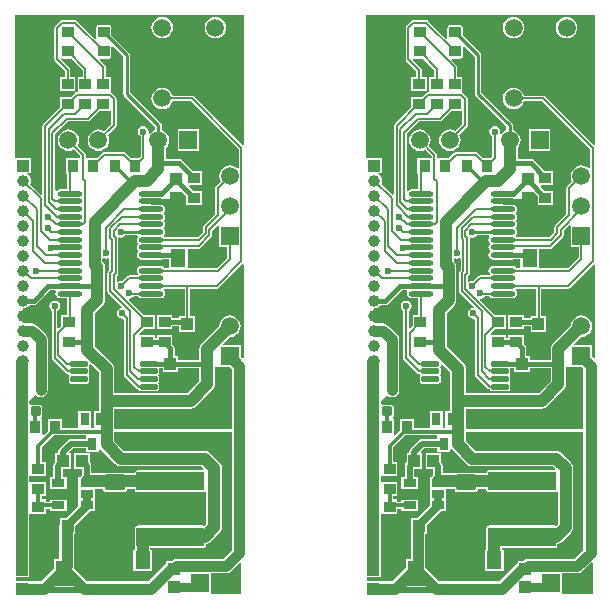
<source format=gtl>
%FSLAX44Y44*%
%MOMM*%
G71*
G01*
G75*
G04 Layer_Physical_Order=1*
G04 Layer_Color=255*
%ADD10R,1.0000X0.9000*%
%ADD11R,1.0000X1.0000*%
%ADD12R,1.3000X1.5000*%
%ADD13O,2.1000X0.4500*%
G04:AMPARAMS|DCode=14|XSize=1.6mm|YSize=5.7mm|CornerRadius=0.08mm|HoleSize=0mm|Usage=FLASHONLY|Rotation=270.000|XOffset=0mm|YOffset=0mm|HoleType=Round|Shape=RoundedRectangle|*
%AMROUNDEDRECTD14*
21,1,1.6000,5.5400,0,0,270.0*
21,1,1.4400,5.7000,0,0,270.0*
1,1,0.1600,-2.7700,-0.7200*
1,1,0.1600,-2.7700,0.7200*
1,1,0.1600,2.7700,0.7200*
1,1,0.1600,2.7700,-0.7200*
%
%ADD14ROUNDEDRECTD14*%
G04:AMPARAMS|DCode=15|XSize=1.32mm|YSize=1.68mm|CornerRadius=0.066mm|HoleSize=0mm|Usage=FLASHONLY|Rotation=270.000|XOffset=0mm|YOffset=0mm|HoleType=Round|Shape=RoundedRectangle|*
%AMROUNDEDRECTD15*
21,1,1.3200,1.5480,0,0,270.0*
21,1,1.1880,1.6800,0,0,270.0*
1,1,0.1320,-0.7740,-0.5940*
1,1,0.1320,-0.7740,0.5940*
1,1,0.1320,0.7740,0.5940*
1,1,0.1320,0.7740,-0.5940*
%
%ADD15ROUNDEDRECTD15*%
G04:AMPARAMS|DCode=16|XSize=0.8mm|YSize=0.8mm|CornerRadius=0.04mm|HoleSize=0mm|Usage=FLASHONLY|Rotation=270.000|XOffset=0mm|YOffset=0mm|HoleType=Round|Shape=RoundedRectangle|*
%AMROUNDEDRECTD16*
21,1,0.8000,0.7200,0,0,270.0*
21,1,0.7200,0.8000,0,0,270.0*
1,1,0.0800,-0.3600,-0.3600*
1,1,0.0800,-0.3600,0.3600*
1,1,0.0800,0.3600,0.3600*
1,1,0.0800,0.3600,-0.3600*
%
%ADD16ROUNDEDRECTD16*%
%ADD17R,0.8000X1.0500*%
%ADD18R,1.1000X0.6500*%
%ADD19R,0.9000X1.0000*%
G04:AMPARAMS|DCode=20|XSize=0.45mm|YSize=1.45mm|CornerRadius=0.045mm|HoleSize=0mm|Usage=FLASHONLY|Rotation=270.000|XOffset=0mm|YOffset=0mm|HoleType=Round|Shape=RoundedRectangle|*
%AMROUNDEDRECTD20*
21,1,0.4500,1.3600,0,0,270.0*
21,1,0.3600,1.4500,0,0,270.0*
1,1,0.0900,-0.6800,-0.1800*
1,1,0.0900,-0.6800,0.1800*
1,1,0.0900,0.6800,0.1800*
1,1,0.0900,0.6800,-0.1800*
%
%ADD20ROUNDEDRECTD20*%
%ADD21R,1.0000X1.0000*%
G04:AMPARAMS|DCode=22|XSize=0.9mm|YSize=1mm|CornerRadius=0.045mm|HoleSize=0mm|Usage=FLASHONLY|Rotation=90.000|XOffset=0mm|YOffset=0mm|HoleType=Round|Shape=RoundedRectangle|*
%AMROUNDEDRECTD22*
21,1,0.9000,0.9100,0,0,90.0*
21,1,0.8100,1.0000,0,0,90.0*
1,1,0.0900,0.4550,0.4050*
1,1,0.0900,0.4550,-0.4050*
1,1,0.0900,-0.4550,-0.4050*
1,1,0.0900,-0.4550,0.4050*
%
%ADD22ROUNDEDRECTD22*%
%ADD23C,0.9000*%
%ADD24C,0.1524*%
%ADD25C,1.0000*%
%ADD26C,0.4000*%
%ADD27C,0.2540*%
%ADD28C,0.5000*%
%ADD29C,0.8000*%
%ADD30C,0.6000*%
%ADD31C,0.3000*%
%ADD32C,0.7000*%
%ADD33R,3.4000X0.6000*%
%ADD34R,1.8000X0.9000*%
%ADD35C,1.5000*%
%ADD36R,1.5000X1.5000*%
%ADD37R,1.5000X1.5000*%
%ADD38C,1.0000*%
%ADD39C,1.3500*%
%ADD40R,1.3500X1.3500*%
%ADD41C,0.6000*%
G36*
X781845Y762837D02*
X781635Y762523D01*
X781342Y761050D01*
X781635Y759577D01*
X782469Y758329D01*
X783717Y757495D01*
X785190Y757202D01*
X791109D01*
Y742774D01*
X786226D01*
Y733522D01*
X784206Y731502D01*
X783033Y731988D01*
Y746334D01*
X784012Y746988D01*
X785012Y748485D01*
X785363Y750250D01*
X785012Y752015D01*
X784012Y753512D01*
X782515Y754511D01*
X780750Y754863D01*
X778985Y754511D01*
X777488Y753512D01*
X776488Y752015D01*
X776137Y750250D01*
X776488Y748485D01*
X777488Y746988D01*
X778371Y746398D01*
Y706298D01*
X778549Y705406D01*
X779054Y704650D01*
X790152Y693552D01*
X790908Y693047D01*
X791056Y693017D01*
X791800Y692869D01*
X792332D01*
X792931Y691749D01*
X792610Y691270D01*
X792457Y690500D01*
Y686900D01*
X792610Y686130D01*
X793047Y685477D01*
X793700Y685041D01*
X794470Y684887D01*
X808070D01*
X808840Y685041D01*
X809493Y685477D01*
X809930Y686130D01*
X810083Y686900D01*
Y690500D01*
X809930Y691270D01*
X809493Y691923D01*
Y691977D01*
X809930Y692630D01*
X810083Y693400D01*
Y697000D01*
X809930Y697770D01*
X809493Y698423D01*
Y698477D01*
X809930Y699130D01*
X810083Y699900D01*
Y700952D01*
X811256Y701438D01*
X818170Y694524D01*
Y661274D01*
X813726D01*
Y647726D01*
D01*
Y647726D01*
X813333Y647333D01*
X811774D01*
Y647333D01*
Y647726D01*
X811774Y648231D01*
X811774Y648231D01*
X811774D01*
Y661274D01*
X800726D01*
Y648231D01*
X800726Y648231D01*
X800726D01*
X800726Y647726D01*
X800333Y647333D01*
X787274D01*
Y654774D01*
X775226D01*
Y645086D01*
X771447Y641308D01*
X770274Y641794D01*
Y654774D01*
X769696D01*
X769328Y655989D01*
X769737Y656263D01*
X770162Y656899D01*
X770312Y657650D01*
Y664850D01*
X770162Y665601D01*
X769737Y666237D01*
X769101Y666662D01*
X768350Y666812D01*
X761150D01*
X760399Y666662D01*
X759330Y668262D01*
Y669830D01*
X764407Y674907D01*
X764407D01*
X766400Y673576D01*
X768750Y673108D01*
X771100Y673576D01*
X773093Y674907D01*
X774425Y676900D01*
X774892Y679250D01*
Y687250D01*
Y695250D01*
Y722250D01*
X774425Y724601D01*
X773093Y726593D01*
X765703Y733983D01*
X763710Y735314D01*
X761360Y735782D01*
X756230D01*
X755713Y735996D01*
X754010Y736220D01*
X753774Y738011D01*
X753918Y748380D01*
X754010Y748460D01*
X755713Y748684D01*
X757300Y749341D01*
X758663Y750387D01*
X759476Y751447D01*
X762960D01*
X764335Y751721D01*
X765501Y752499D01*
X776958Y763957D01*
X781246D01*
X781845Y762837D01*
D02*
G37*
G36*
X940750Y785294D02*
Y706725D01*
X939577Y706239D01*
X938104Y707712D01*
Y717074D01*
X923669D01*
X923183Y718247D01*
X929315Y724379D01*
X931436Y724658D01*
X933631Y725568D01*
X935516Y727014D01*
X936962Y728899D01*
X937872Y731094D01*
X938182Y733450D01*
X937872Y735806D01*
X936962Y738001D01*
X935516Y739886D01*
X933631Y741332D01*
X931436Y742242D01*
X929080Y742552D01*
X926724Y742242D01*
X924529Y741332D01*
X922644Y739886D01*
X921198Y738001D01*
X920288Y735806D01*
X920009Y733685D01*
X905097Y718773D01*
X904051Y717410D01*
X903394Y715823D01*
X903170Y714120D01*
Y704843D01*
X885274D01*
Y707774D01*
X882343D01*
Y714750D01*
X882069Y716125D01*
X881291Y717291D01*
X880274Y718307D01*
Y725774D01*
X867226D01*
Y723343D01*
X865274D01*
Y725774D01*
X852730D01*
X852243Y726947D01*
X856022Y730726D01*
X865274D01*
Y742774D01*
X856022D01*
X843486Y755310D01*
X843750Y756637D01*
X845515Y756989D01*
X847012Y757988D01*
X847500Y758719D01*
X851208D01*
X851469Y758329D01*
X852717Y757495D01*
X854190Y757202D01*
X870690D01*
X872163Y757495D01*
X873411Y758329D01*
X874245Y759577D01*
X874538Y761050D01*
X874245Y762523D01*
X873411Y763771D01*
Y764829D01*
X873672Y765219D01*
X890659D01*
Y741654D01*
X886216D01*
Y740343D01*
X880274D01*
Y742774D01*
X867226D01*
Y730726D01*
X880274D01*
Y733157D01*
X886216D01*
Y728606D01*
X899264D01*
Y741654D01*
X895321D01*
Y765219D01*
X918050D01*
X918942Y765397D01*
X919698Y765902D01*
X939577Y785780D01*
X940750Y785294D01*
D02*
G37*
G36*
X826991Y790437D02*
Y780787D01*
X826102Y779898D01*
X825597Y779142D01*
X825419Y778250D01*
Y763439D01*
X825597Y762548D01*
X826102Y761791D01*
X837866Y750028D01*
X837497Y748812D01*
X835985Y748512D01*
X834488Y747512D01*
X833488Y746015D01*
X833137Y744250D01*
X833488Y742485D01*
X834488Y740988D01*
X835985Y739988D01*
X837750Y739637D01*
X838342Y739755D01*
X839323Y738949D01*
Y692346D01*
X839501Y691454D01*
X840006Y690698D01*
X850152Y680552D01*
X850908Y680047D01*
X851553Y679918D01*
X851610Y679630D01*
X852047Y678977D01*
X852700Y678541D01*
X853470Y678387D01*
X867070D01*
X867840Y678541D01*
X868493Y678977D01*
X868930Y679630D01*
X869083Y680400D01*
Y684000D01*
X868930Y684770D01*
X868493Y685423D01*
Y685477D01*
X868930Y686130D01*
X869083Y686900D01*
Y690500D01*
X868930Y691270D01*
X868493Y691923D01*
Y691977D01*
X868930Y692630D01*
X869083Y693400D01*
Y697000D01*
X868930Y697770D01*
X869109Y698107D01*
X872226D01*
Y694726D01*
X885274D01*
Y697657D01*
X903170D01*
Y686976D01*
X893024Y676830D01*
X831330D01*
Y697250D01*
X831106Y698953D01*
X830449Y700540D01*
X829403Y701903D01*
X815090Y716216D01*
Y720750D01*
Y735990D01*
Y744284D01*
X821403Y750597D01*
X822449Y751960D01*
X823106Y753547D01*
X823330Y755250D01*
Y783250D01*
X823106Y784953D01*
X822449Y786540D01*
X821403Y787903D01*
X821092Y788214D01*
Y790429D01*
X822212Y791028D01*
X822271Y790988D01*
X824036Y790637D01*
X825801Y790988D01*
X825871Y791035D01*
X826991Y790437D01*
D02*
G37*
G36*
X920056Y699026D02*
Y699026D01*
X929418D01*
X930858Y697586D01*
Y646250D01*
X831330D01*
Y663670D01*
X895750D01*
X897453Y663894D01*
X899040Y664551D01*
X900403Y665597D01*
X914403Y679597D01*
X915449Y680960D01*
X916106Y682547D01*
X916132Y682745D01*
X916330Y684250D01*
Y699264D01*
X919798Y699283D01*
X920056Y699026D01*
D02*
G37*
G36*
X938750Y532905D02*
Y506250D01*
X912774D01*
Y507226D01*
X912774D01*
Y524108D01*
X925750D01*
X928100Y524576D01*
X930093Y525907D01*
X930093Y525907D01*
X930093Y525907D01*
X937577Y533391D01*
X938750Y532905D01*
D02*
G37*
G36*
X930858Y544044D02*
X923206Y536392D01*
X883750D01*
X881400Y535924D01*
X879678Y534774D01*
X875226D01*
Y532819D01*
X874888Y532593D01*
X859687Y517392D01*
X808294D01*
X797024Y528662D01*
Y536524D01*
X796892D01*
Y557726D01*
X798274D01*
Y564635D01*
X810615Y576976D01*
X814774D01*
Y586476D01*
Y595670D01*
X821783D01*
Y595310D01*
X821953Y594458D01*
X822435Y593735D01*
X823158Y593253D01*
X824010Y593083D01*
X839490D01*
X840342Y593253D01*
X841065Y593735D01*
X841547Y594458D01*
X841717Y595310D01*
Y595670D01*
X848680D01*
Y595050D01*
X848861Y594143D01*
X849374Y593374D01*
X850143Y592861D01*
X851050Y592681D01*
X906450D01*
X907357Y592861D01*
X908050Y593324D01*
X908808Y592919D01*
X909170Y592677D01*
Y565976D01*
X907642Y564448D01*
X907357Y564639D01*
X906450Y564819D01*
X851050D01*
X850143Y564639D01*
X849374Y564126D01*
X848861Y563357D01*
X848680Y562450D01*
Y554832D01*
X848670Y554750D01*
Y544274D01*
X847226D01*
Y526226D01*
X863274D01*
Y544274D01*
X861830D01*
Y545681D01*
X906450D01*
X907357Y545861D01*
X908126Y546375D01*
X908639Y547143D01*
X908820Y548050D01*
Y548811D01*
X909453Y548894D01*
X911040Y549551D01*
X912403Y550597D01*
X920403Y558597D01*
X921449Y559960D01*
X922106Y561547D01*
X922106Y561547D01*
X922106Y561547D01*
Y561547D01*
X922330Y563250D01*
Y613250D01*
X922106Y614953D01*
X921449Y616540D01*
X920403Y617903D01*
X912403Y625903D01*
X911040Y626949D01*
X909453Y627606D01*
X907750Y627830D01*
X839476D01*
X831330Y635976D01*
Y644250D01*
X930858D01*
Y544044D01*
D02*
G37*
G36*
X807226Y640774D02*
X807226D01*
Y638103D01*
X794500D01*
X792930Y637790D01*
X791599Y636901D01*
X784849Y630151D01*
X783960Y628820D01*
X783647Y627250D01*
X783647Y627250D01*
X783647D01*
X783647Y627250D01*
X783647D01*
Y625774D01*
X781226D01*
Y618528D01*
X780849Y618151D01*
X779959Y616820D01*
X779647Y615250D01*
Y605524D01*
X776726D01*
Y595976D01*
X790774D01*
Y605524D01*
X787853D01*
Y612726D01*
X794274D01*
Y625774D01*
X793736D01*
X793250Y626947D01*
X796199Y629897D01*
X807226D01*
Y627226D01*
X818274D01*
Y628997D01*
X819477Y629406D01*
X820097Y628597D01*
X832097Y616597D01*
X833460Y615551D01*
X834117Y615279D01*
X835047Y614894D01*
X836750Y614670D01*
X905024D01*
X906686Y613008D01*
X906450Y611819D01*
X851050D01*
X850143Y611639D01*
X849374Y611125D01*
X848861Y610357D01*
X848680Y609450D01*
Y608830D01*
X840966D01*
X840342Y609247D01*
X839490Y609417D01*
X824010D01*
X823158Y609247D01*
X822534Y608830D01*
X811853D01*
Y615250D01*
X811541Y616820D01*
X810651Y618151D01*
X810274Y618528D01*
Y625774D01*
X797226D01*
Y612726D01*
X803647D01*
Y607325D01*
X803097Y606903D01*
X802051Y605540D01*
X802045Y605524D01*
X800726D01*
Y595976D01*
Y586476D01*
Y581575D01*
X789925Y570774D01*
X785226D01*
Y565826D01*
X785076Y565600D01*
X784608Y563250D01*
Y536524D01*
X780476D01*
Y528662D01*
X769206Y517392D01*
X759274D01*
Y517774D01*
X747750D01*
Y520726D01*
X752322D01*
X752750Y520670D01*
X753178Y520726D01*
X759274D01*
Y526822D01*
X759330Y527250D01*
Y574726D01*
X759812D01*
X760226D01*
D01*
X760226Y574726D01*
X760226D01*
Y574726D01*
D01*
X773274D01*
Y578667D01*
X776726D01*
Y576976D01*
X790774D01*
Y586524D01*
X776726D01*
Y584833D01*
X773274D01*
Y586774D01*
X769833D01*
Y589726D01*
X773274D01*
Y601774D01*
X760226D01*
D01*
Y601774D01*
D01*
D01*
X759330D01*
X759330D01*
Y606726D01*
X760226D01*
Y606726D01*
X773274D01*
Y618774D01*
X769833D01*
Y630973D01*
X780027Y641167D01*
X807226D01*
Y640774D01*
D02*
G37*
G36*
X940750Y887206D02*
X939577Y886720D01*
X898398Y927898D01*
X897642Y928403D01*
X896750Y928581D01*
X880545D01*
X880542Y928606D01*
X879632Y930801D01*
X878186Y932686D01*
X876301Y934132D01*
X874106Y935042D01*
X871750Y935352D01*
X869394Y935042D01*
X867199Y934132D01*
X865314Y932686D01*
X863868Y930801D01*
X862958Y928606D01*
X862648Y926250D01*
X862958Y923894D01*
X863868Y921699D01*
X865314Y919814D01*
X867199Y918368D01*
X869394Y917458D01*
X871750Y917148D01*
X874106Y917458D01*
X876301Y918368D01*
X878186Y919814D01*
X879632Y921699D01*
X880542Y923894D01*
X880545Y923919D01*
X895785D01*
X936535Y883169D01*
Y867540D01*
X935396Y866978D01*
X933631Y868333D01*
X931436Y869242D01*
X929080Y869552D01*
X926724Y869242D01*
X924529Y868333D01*
X922644Y866886D01*
X921198Y865001D01*
X920288Y862806D01*
X919978Y860450D01*
X920288Y858094D01*
X921198Y855899D01*
X921213Y855879D01*
X917102Y851768D01*
X916597Y851012D01*
X916419Y850120D01*
Y842250D01*
Y828215D01*
X907054Y818850D01*
X906549Y818094D01*
X906371Y817202D01*
Y813167D01*
X902085Y808881D01*
X873672D01*
X873411Y809271D01*
Y810329D01*
X874245Y811578D01*
X874538Y813050D01*
X874245Y814523D01*
X873411Y815771D01*
Y816829D01*
X874245Y818077D01*
X874538Y819550D01*
X874245Y821023D01*
X873411Y822271D01*
Y823329D01*
X874245Y824577D01*
X874538Y826050D01*
X874245Y827523D01*
X873411Y828771D01*
Y829829D01*
X874245Y831077D01*
X874538Y832550D01*
X874245Y834023D01*
X873411Y835271D01*
X872163Y836105D01*
X870690Y836398D01*
X862440D01*
Y839050D01*
X863640Y840250D01*
X884750D01*
Y846250D01*
X884844Y846344D01*
X889669D01*
X892226Y843786D01*
Y835726D01*
X905274D01*
Y842250D01*
Y847774D01*
X898401D01*
X894622Y851553D01*
X895108Y852726D01*
X905274D01*
Y864774D01*
X897807D01*
X888791Y873791D01*
X887625Y874569D01*
X886250Y874843D01*
X875160D01*
Y884682D01*
X876462Y886379D01*
X877372Y888574D01*
X877682Y890930D01*
X877372Y893286D01*
X876462Y895481D01*
X875016Y897366D01*
X873131Y898812D01*
X871429Y899518D01*
Y903420D01*
X871212Y904510D01*
X870594Y905434D01*
X870594Y905434D01*
X844599Y931430D01*
Y962750D01*
X844599Y962750D01*
X844382Y963840D01*
X843764Y964764D01*
X843764Y964764D01*
X828813Y979716D01*
Y986300D01*
X828660Y987070D01*
X828223Y987723D01*
X827570Y988159D01*
X826800Y988313D01*
X817700D01*
X816930Y988159D01*
X816277Y987723D01*
X815841Y987070D01*
X815687Y986300D01*
Y978200D01*
X815841Y977430D01*
X814807Y976739D01*
X799648Y991898D01*
X798892Y992403D01*
X798000Y992581D01*
X786750D01*
X786006Y992433D01*
X785858Y992403D01*
X785102Y991898D01*
X781102Y987898D01*
X780597Y987142D01*
X780419Y986250D01*
Y959250D01*
X780419Y959250D01*
X780419D01*
X780597Y958358D01*
X781102Y957602D01*
X789419Y949285D01*
Y944774D01*
X785226D01*
Y932726D01*
X798274D01*
Y944774D01*
X794081D01*
Y950250D01*
X793933Y950994D01*
X793903Y951142D01*
X793398Y951898D01*
X786239Y959057D01*
X786930Y960090D01*
X787700Y959937D01*
X795016D01*
X804419Y950534D01*
Y944774D01*
X800226D01*
Y932726D01*
X800226D01*
Y932479D01*
X799328Y931581D01*
X799250D01*
X798506Y931433D01*
X798358Y931403D01*
X797602Y930898D01*
X794478Y927774D01*
X785226D01*
Y919022D01*
X771102Y904898D01*
X770597Y904142D01*
X770419Y903250D01*
Y845186D01*
X769246Y844700D01*
X759969Y853978D01*
X760366Y854937D01*
X760590Y856640D01*
X760366Y858343D01*
X759709Y859930D01*
X758663Y861293D01*
X757300Y862339D01*
X757395Y862816D01*
X760534D01*
Y875864D01*
X747486D01*
D01*
X747486D01*
X746750Y876600D01*
Y997250D01*
X940750D01*
Y887206D01*
D02*
G37*
G36*
X838901Y961570D02*
Y930250D01*
X838901Y930250D01*
X839118Y929160D01*
X839736Y928236D01*
X865731Y902240D01*
Y899518D01*
X864029Y898812D01*
X862144Y897366D01*
X861204Y896141D01*
X860047Y896665D01*
X860363Y898250D01*
X860012Y900015D01*
X859012Y901512D01*
X857515Y902512D01*
X855750Y902863D01*
X853985Y902512D01*
X852488Y901512D01*
X851488Y900015D01*
X851137Y898250D01*
X851488Y896485D01*
X852488Y894988D01*
X853419Y894366D01*
Y876835D01*
X852178Y875594D01*
X845722D01*
X841238Y880078D01*
X840482Y880583D01*
X839590Y880761D01*
X822750D01*
X821858Y880583D01*
X821102Y880078D01*
X816618Y875594D01*
X807366D01*
D01*
X807366D01*
X807081Y875879D01*
Y878560D01*
X806933Y879304D01*
X806903Y879452D01*
X806398Y880208D01*
X800247Y886359D01*
X800262Y886379D01*
X801172Y888574D01*
X801482Y890930D01*
X801172Y893286D01*
X800262Y895481D01*
X798816Y897366D01*
X796931Y898812D01*
X794736Y899722D01*
X792380Y900032D01*
X790024Y899722D01*
X787829Y898812D01*
X785944Y897366D01*
X784498Y895481D01*
X783588Y893286D01*
X783278Y890930D01*
X783588Y888574D01*
X784498Y886379D01*
X785944Y884494D01*
X787829Y883048D01*
X790024Y882138D01*
X792380Y881828D01*
X794736Y882138D01*
X796931Y883048D01*
X796951Y883063D01*
X802419Y877595D01*
Y875594D01*
X802414D01*
Y875594D01*
X790366D01*
Y862546D01*
X791109D01*
Y849398D01*
X785190D01*
X783717Y849105D01*
X782469Y848271D01*
X782392Y848156D01*
X781177Y848524D01*
Y896381D01*
X791715Y906919D01*
X809250D01*
X810142Y907097D01*
X810898Y907602D01*
X810898Y907602D01*
X810898Y907602D01*
X819022Y915726D01*
X828274D01*
D01*
X828274D01*
X828419Y915581D01*
Y904865D01*
X822351Y898797D01*
X822331Y898812D01*
X820136Y899722D01*
X817780Y900032D01*
X815424Y899722D01*
X813229Y898812D01*
X811344Y897366D01*
X809898Y895481D01*
X808988Y893286D01*
X808678Y890930D01*
X808988Y888574D01*
X809898Y886379D01*
X811344Y884494D01*
X813229Y883048D01*
X815424Y882138D01*
X817780Y881828D01*
X820136Y882138D01*
X822331Y883048D01*
X824216Y884494D01*
X825662Y886379D01*
X826572Y888574D01*
X826882Y890930D01*
X826572Y893286D01*
X825662Y895481D01*
X825647Y895501D01*
X832398Y902252D01*
X832903Y903008D01*
X833081Y903900D01*
Y925954D01*
X832933Y926698D01*
X832903Y926846D01*
X832398Y927602D01*
X829102Y930898D01*
X828346Y931403D01*
X827454Y931581D01*
Y931906D01*
X828274Y932726D01*
X828274D01*
Y944774D01*
X824081D01*
Y952750D01*
X823903Y953642D01*
X823398Y954398D01*
X819032Y958764D01*
X819518Y959937D01*
X826800D01*
X827570Y960090D01*
X828223Y960527D01*
X828660Y961180D01*
X828813Y961950D01*
Y969999D01*
X829048Y970097D01*
X830154Y970317D01*
X838901Y961570D01*
D02*
G37*
G36*
X920056Y818600D02*
Y800626D01*
X926749D01*
Y791545D01*
X918085Y782881D01*
X893274D01*
Y798705D01*
X902536D01*
X903428Y798883D01*
X904184Y799388D01*
X904184Y799388D01*
X904184Y799388D01*
X913398Y808602D01*
X913903Y809358D01*
X914081Y810250D01*
X914081Y810250D01*
X914081Y810250D01*
Y810250D01*
Y814285D01*
X918883Y819087D01*
X920056Y818600D01*
D02*
G37*
G36*
X851342Y809081D02*
X850635Y808023D01*
X850342Y806550D01*
X850635Y805078D01*
X851469Y803829D01*
Y802771D01*
X850635Y801523D01*
X850342Y800050D01*
X850635Y798577D01*
X851469Y797329D01*
Y796271D01*
X850635Y795023D01*
X850342Y793550D01*
X850635Y792077D01*
X851469Y790829D01*
X852717Y789995D01*
X854190Y789702D01*
X870690D01*
X871971Y789957D01*
X877226D01*
Y782881D01*
X873672D01*
X873411Y783271D01*
X872163Y784105D01*
X870690Y784398D01*
X854190D01*
X852717Y784105D01*
X851469Y783271D01*
X850635Y782023D01*
X850342Y780550D01*
X850635Y779078D01*
X851469Y777829D01*
Y776771D01*
X851208Y776381D01*
X843550D01*
X842658Y776203D01*
X841902Y775698D01*
X837848Y771644D01*
X836750Y771863D01*
X834985Y771512D01*
X834249Y771020D01*
X833129Y771618D01*
Y776022D01*
X834018Y776911D01*
X834523Y777667D01*
X834553Y777815D01*
X834701Y778559D01*
Y807884D01*
X835683Y808689D01*
X836950Y808437D01*
X838715Y808789D01*
X840212Y809788D01*
X840488Y810201D01*
X850744D01*
X851342Y809081D01*
D02*
G37*
%LPC*%
G36*
X916750Y995352D02*
X914394Y995042D01*
X912199Y994133D01*
X910314Y992686D01*
X908868Y990801D01*
X907958Y988606D01*
X907648Y986250D01*
X907958Y983894D01*
X908868Y981699D01*
X910314Y979814D01*
X912199Y978368D01*
X914394Y977458D01*
X916750Y977148D01*
X919106Y977458D01*
X921301Y978368D01*
X923186Y979814D01*
X924632Y981699D01*
X925542Y983894D01*
X925852Y986250D01*
X925542Y988606D01*
X924632Y990801D01*
X923186Y992686D01*
X921301Y994133D01*
X919106Y995042D01*
X916750Y995352D01*
D02*
G37*
G36*
X871750D02*
X869394Y995042D01*
X867199Y994133D01*
X865314Y992686D01*
X863868Y990801D01*
X862958Y988606D01*
X862648Y986250D01*
X862958Y983894D01*
X863868Y981699D01*
X865314Y979814D01*
X867199Y978368D01*
X869394Y977458D01*
X871750Y977148D01*
X874106Y977458D01*
X876301Y978368D01*
X878186Y979814D01*
X879632Y981699D01*
X880542Y983894D01*
X880852Y986250D01*
X880542Y988606D01*
X879632Y990801D01*
X878186Y992686D01*
X876301Y994133D01*
X874106Y995042D01*
X871750Y995352D01*
D02*
G37*
G36*
X903004Y899954D02*
X884956D01*
Y881906D01*
X903004D01*
Y899954D01*
D02*
G37*
%LPD*%
G36*
X1079345Y762837D02*
X1079135Y762523D01*
X1078842Y761050D01*
X1079135Y759577D01*
X1079969Y758329D01*
X1081217Y757495D01*
X1082690Y757202D01*
X1088609D01*
Y742774D01*
X1083726D01*
Y733522D01*
X1081706Y731502D01*
X1080533Y731988D01*
Y746334D01*
X1081512Y746988D01*
X1082512Y748485D01*
X1082863Y750250D01*
X1082512Y752015D01*
X1081512Y753512D01*
X1080015Y754511D01*
X1078250Y754863D01*
X1076485Y754511D01*
X1074988Y753512D01*
X1073988Y752015D01*
X1073637Y750250D01*
X1073988Y748485D01*
X1074988Y746988D01*
X1075871Y746398D01*
Y706298D01*
X1076049Y705406D01*
X1076554Y704650D01*
X1087652Y693552D01*
X1088408Y693047D01*
X1088556Y693017D01*
X1089300Y692869D01*
X1089832D01*
X1090431Y691749D01*
X1090110Y691270D01*
X1089957Y690500D01*
Y686900D01*
X1090110Y686130D01*
X1090547Y685477D01*
X1091200Y685041D01*
X1091970Y684887D01*
X1105570D01*
X1106340Y685041D01*
X1106993Y685477D01*
X1107430Y686130D01*
X1107583Y686900D01*
Y690500D01*
X1107430Y691270D01*
X1106993Y691923D01*
Y691977D01*
X1107430Y692630D01*
X1107583Y693400D01*
Y697000D01*
X1107430Y697770D01*
X1106993Y698423D01*
Y698477D01*
X1107430Y699130D01*
X1107583Y699900D01*
Y700952D01*
X1108756Y701438D01*
X1115670Y694524D01*
Y661274D01*
X1111226D01*
Y647726D01*
D01*
Y647726D01*
X1110833Y647333D01*
X1109274D01*
Y647333D01*
Y647726D01*
X1109274Y648231D01*
X1109274Y648231D01*
X1109274D01*
Y661274D01*
X1098226D01*
Y648231D01*
X1098226Y648231D01*
X1098226D01*
X1098226Y647726D01*
X1097833Y647333D01*
X1084774D01*
Y654774D01*
X1072726D01*
Y645086D01*
X1068947Y641308D01*
X1067774Y641794D01*
Y654774D01*
X1067196D01*
X1066828Y655989D01*
X1067237Y656263D01*
X1067662Y656899D01*
X1067812Y657650D01*
Y664850D01*
X1067662Y665601D01*
X1067237Y666237D01*
X1066601Y666662D01*
X1065850Y666812D01*
X1058650D01*
X1057899Y666662D01*
X1056830Y668262D01*
Y669830D01*
X1061907Y674907D01*
X1061907D01*
X1063900Y673576D01*
X1066250Y673108D01*
X1068600Y673576D01*
X1070593Y674907D01*
X1071924Y676900D01*
X1072392Y679250D01*
Y687250D01*
Y695250D01*
Y722250D01*
X1071924Y724601D01*
X1070593Y726593D01*
X1063203Y733983D01*
X1061210Y735314D01*
X1058860Y735782D01*
X1053730D01*
X1053213Y735996D01*
X1051510Y736220D01*
X1051274Y738011D01*
X1051418Y748380D01*
X1051510Y748460D01*
X1053213Y748684D01*
X1054800Y749341D01*
X1056163Y750387D01*
X1056976Y751447D01*
X1060460D01*
X1061835Y751721D01*
X1063001Y752499D01*
X1074458Y763957D01*
X1078746D01*
X1079345Y762837D01*
D02*
G37*
G36*
X1238250Y785294D02*
Y706725D01*
X1237077Y706239D01*
X1235604Y707712D01*
Y717074D01*
X1221169D01*
X1220683Y718247D01*
X1226815Y724379D01*
X1228936Y724658D01*
X1231131Y725568D01*
X1233016Y727014D01*
X1234462Y728899D01*
X1235372Y731094D01*
X1235682Y733450D01*
X1235372Y735806D01*
X1234462Y738001D01*
X1233016Y739886D01*
X1231131Y741332D01*
X1228936Y742242D01*
X1226580Y742552D01*
X1224224Y742242D01*
X1222029Y741332D01*
X1220144Y739886D01*
X1218698Y738001D01*
X1217788Y735806D01*
X1217509Y733685D01*
X1202597Y718773D01*
X1201551Y717410D01*
X1200894Y715823D01*
X1200670Y714120D01*
Y704843D01*
X1182774D01*
Y707774D01*
X1179843D01*
Y714750D01*
X1179569Y716125D01*
X1178791Y717291D01*
X1177774Y718307D01*
Y725774D01*
X1164726D01*
Y723343D01*
X1162774D01*
Y725774D01*
X1150230D01*
X1149743Y726947D01*
X1153522Y730726D01*
X1162774D01*
Y742774D01*
X1153522D01*
X1140986Y755310D01*
X1141250Y756637D01*
X1143015Y756989D01*
X1144512Y757988D01*
X1145000Y758719D01*
X1148708D01*
X1148969Y758329D01*
X1150217Y757495D01*
X1151690Y757202D01*
X1168190D01*
X1169663Y757495D01*
X1170911Y758329D01*
X1171745Y759577D01*
X1172038Y761050D01*
X1171745Y762523D01*
X1170911Y763771D01*
Y764829D01*
X1171172Y765219D01*
X1188159D01*
Y741654D01*
X1183716D01*
Y740343D01*
X1177774D01*
Y742774D01*
X1164726D01*
Y730726D01*
X1177774D01*
Y733157D01*
X1183716D01*
Y728606D01*
X1196764D01*
Y741654D01*
X1192821D01*
Y765219D01*
X1215550D01*
X1216442Y765397D01*
X1217198Y765902D01*
X1237077Y785780D01*
X1238250Y785294D01*
D02*
G37*
G36*
X1124491Y790437D02*
Y780787D01*
X1123602Y779898D01*
X1123097Y779142D01*
X1122919Y778250D01*
Y763439D01*
X1123097Y762548D01*
X1123602Y761791D01*
X1135366Y750028D01*
X1134997Y748812D01*
X1133485Y748512D01*
X1131988Y747512D01*
X1130988Y746015D01*
X1130637Y744250D01*
X1130988Y742485D01*
X1131988Y740988D01*
X1133485Y739988D01*
X1135250Y739637D01*
X1135842Y739755D01*
X1136823Y738949D01*
Y692346D01*
X1137001Y691454D01*
X1137506Y690698D01*
X1147652Y680552D01*
X1148408Y680047D01*
X1149053Y679918D01*
X1149110Y679630D01*
X1149547Y678977D01*
X1150200Y678541D01*
X1150970Y678387D01*
X1164570D01*
X1165340Y678541D01*
X1165993Y678977D01*
X1166430Y679630D01*
X1166583Y680400D01*
Y684000D01*
X1166430Y684770D01*
X1165993Y685423D01*
Y685477D01*
X1166430Y686130D01*
X1166583Y686900D01*
Y690500D01*
X1166430Y691270D01*
X1165993Y691923D01*
Y691977D01*
X1166430Y692630D01*
X1166583Y693400D01*
Y697000D01*
X1166430Y697770D01*
X1166609Y698107D01*
X1169726D01*
Y694726D01*
X1182774D01*
Y697657D01*
X1200670D01*
Y686976D01*
X1190524Y676830D01*
X1128830D01*
Y697250D01*
X1128606Y698953D01*
X1127949Y700540D01*
X1126903Y701903D01*
X1112590Y716216D01*
Y720750D01*
Y735990D01*
Y744284D01*
X1118903Y750597D01*
X1119949Y751960D01*
X1120606Y753547D01*
X1120830Y755250D01*
Y783250D01*
X1120606Y784953D01*
X1119949Y786540D01*
X1118903Y787903D01*
X1118592Y788214D01*
Y790429D01*
X1119712Y791028D01*
X1119771Y790988D01*
X1121536Y790637D01*
X1123301Y790988D01*
X1123371Y791035D01*
X1124491Y790437D01*
D02*
G37*
G36*
X1217556Y699026D02*
Y699026D01*
X1226918D01*
X1228358Y697586D01*
Y646250D01*
X1128830D01*
Y663670D01*
X1193250D01*
X1194953Y663894D01*
X1196540Y664551D01*
X1197903Y665597D01*
X1211903Y679597D01*
X1212949Y680960D01*
X1213606Y682547D01*
X1213632Y682745D01*
X1213830Y684250D01*
Y699264D01*
X1217298Y699283D01*
X1217556Y699026D01*
D02*
G37*
G36*
X1236250Y532905D02*
Y506250D01*
X1210274D01*
Y507226D01*
X1210274D01*
Y524108D01*
X1223250D01*
X1225600Y524576D01*
X1227593Y525907D01*
X1227593Y525907D01*
X1227593Y525907D01*
X1235077Y533391D01*
X1236250Y532905D01*
D02*
G37*
G36*
X1228358Y544044D02*
X1220706Y536392D01*
X1181250D01*
X1178900Y535924D01*
X1177178Y534774D01*
X1172726D01*
Y532819D01*
X1172388Y532593D01*
X1157187Y517392D01*
X1105794D01*
X1094524Y528662D01*
Y536524D01*
X1094392D01*
Y557726D01*
X1095774D01*
Y564635D01*
X1108115Y576976D01*
X1112274D01*
Y586476D01*
Y595670D01*
X1119283D01*
Y595310D01*
X1119453Y594458D01*
X1119935Y593735D01*
X1120658Y593253D01*
X1121510Y593083D01*
X1136990D01*
X1137842Y593253D01*
X1138565Y593735D01*
X1139047Y594458D01*
X1139217Y595310D01*
Y595670D01*
X1146180D01*
Y595050D01*
X1146361Y594143D01*
X1146874Y593374D01*
X1147643Y592861D01*
X1148550Y592681D01*
X1203950D01*
X1204857Y592861D01*
X1205550Y593324D01*
X1206308Y592919D01*
X1206670Y592677D01*
Y565976D01*
X1205142Y564448D01*
X1204857Y564639D01*
X1203950Y564819D01*
X1148550D01*
X1147643Y564639D01*
X1146874Y564126D01*
X1146361Y563357D01*
X1146180Y562450D01*
Y554832D01*
X1146170Y554750D01*
Y544274D01*
X1144726D01*
Y526226D01*
X1160774D01*
Y544274D01*
X1159330D01*
Y545681D01*
X1203950D01*
X1204857Y545861D01*
X1205626Y546375D01*
X1206139Y547143D01*
X1206320Y548050D01*
Y548811D01*
X1206953Y548894D01*
X1208540Y549551D01*
X1209903Y550597D01*
X1217903Y558597D01*
X1218949Y559960D01*
X1219606Y561547D01*
X1219606Y561547D01*
X1219606Y561547D01*
Y561547D01*
X1219830Y563250D01*
Y613250D01*
X1219606Y614953D01*
X1218949Y616540D01*
X1217903Y617903D01*
X1209903Y625903D01*
X1208540Y626949D01*
X1206953Y627606D01*
X1205250Y627830D01*
X1136976D01*
X1128830Y635976D01*
Y644250D01*
X1228358D01*
Y544044D01*
D02*
G37*
G36*
X1104726Y640774D02*
X1104726D01*
Y638103D01*
X1092000D01*
X1090430Y637790D01*
X1089099Y636901D01*
X1082349Y630151D01*
X1081460Y628820D01*
X1081147Y627250D01*
X1081147Y627250D01*
X1081147D01*
X1081147Y627250D01*
X1081147D01*
Y625774D01*
X1078726D01*
Y618528D01*
X1078349Y618151D01*
X1077459Y616820D01*
X1077147Y615250D01*
Y605524D01*
X1074226D01*
Y595976D01*
X1088274D01*
Y605524D01*
X1085353D01*
Y612726D01*
X1091774D01*
Y625774D01*
X1091236D01*
X1090750Y626947D01*
X1093699Y629897D01*
X1104726D01*
Y627226D01*
X1115774D01*
Y628997D01*
X1116977Y629406D01*
X1117597Y628597D01*
X1129597Y616597D01*
X1130960Y615551D01*
X1131617Y615279D01*
X1132547Y614894D01*
X1134250Y614670D01*
X1202524D01*
X1204186Y613008D01*
X1203950Y611819D01*
X1148550D01*
X1147643Y611639D01*
X1146874Y611125D01*
X1146361Y610357D01*
X1146180Y609450D01*
Y608830D01*
X1138466D01*
X1137842Y609247D01*
X1136990Y609417D01*
X1121510D01*
X1120658Y609247D01*
X1120034Y608830D01*
X1109353D01*
Y615250D01*
X1109041Y616820D01*
X1108151Y618151D01*
X1107774Y618528D01*
Y625774D01*
X1094726D01*
Y612726D01*
X1101147D01*
Y607325D01*
X1100597Y606903D01*
X1099551Y605540D01*
X1099545Y605524D01*
X1098226D01*
Y595976D01*
Y586476D01*
Y581575D01*
X1087425Y570774D01*
X1082726D01*
Y565826D01*
X1082576Y565600D01*
X1082108Y563250D01*
Y536524D01*
X1077976D01*
Y528662D01*
X1066706Y517392D01*
X1056774D01*
Y517774D01*
X1045250D01*
Y520726D01*
X1049822D01*
X1050250Y520670D01*
X1050678Y520726D01*
X1056774D01*
Y526822D01*
X1056830Y527250D01*
Y574726D01*
X1057312D01*
X1057726D01*
D01*
X1057726Y574726D01*
X1057726D01*
Y574726D01*
D01*
X1070774D01*
Y578667D01*
X1074226D01*
Y576976D01*
X1088274D01*
Y586524D01*
X1074226D01*
Y584833D01*
X1070774D01*
Y586774D01*
X1067333D01*
Y589726D01*
X1070774D01*
Y601774D01*
X1057726D01*
D01*
Y601774D01*
D01*
D01*
X1056830D01*
X1056830D01*
Y606726D01*
X1057726D01*
Y606726D01*
X1070774D01*
Y618774D01*
X1067333D01*
Y630973D01*
X1077527Y641167D01*
X1104726D01*
Y640774D01*
D02*
G37*
G36*
X1238250Y887206D02*
X1237077Y886720D01*
X1195898Y927898D01*
X1195142Y928403D01*
X1194250Y928581D01*
X1178045D01*
X1178042Y928606D01*
X1177132Y930801D01*
X1175686Y932686D01*
X1173801Y934132D01*
X1171606Y935042D01*
X1169250Y935352D01*
X1166894Y935042D01*
X1164699Y934132D01*
X1162814Y932686D01*
X1161368Y930801D01*
X1160458Y928606D01*
X1160148Y926250D01*
X1160458Y923894D01*
X1161368Y921699D01*
X1162814Y919814D01*
X1164699Y918368D01*
X1166894Y917458D01*
X1169250Y917148D01*
X1171606Y917458D01*
X1173801Y918368D01*
X1175686Y919814D01*
X1177132Y921699D01*
X1178042Y923894D01*
X1178045Y923919D01*
X1193285D01*
X1234035Y883169D01*
Y867540D01*
X1232896Y866978D01*
X1231131Y868333D01*
X1228936Y869242D01*
X1226580Y869552D01*
X1224224Y869242D01*
X1222029Y868333D01*
X1220144Y866886D01*
X1218698Y865001D01*
X1217788Y862806D01*
X1217478Y860450D01*
X1217788Y858094D01*
X1218698Y855899D01*
X1218713Y855879D01*
X1214602Y851768D01*
X1214097Y851012D01*
X1213919Y850120D01*
Y842250D01*
Y828215D01*
X1204554Y818850D01*
X1204049Y818094D01*
X1203871Y817202D01*
Y813167D01*
X1199585Y808881D01*
X1171172D01*
X1170911Y809271D01*
Y810329D01*
X1171745Y811578D01*
X1172038Y813050D01*
X1171745Y814523D01*
X1170911Y815771D01*
Y816829D01*
X1171745Y818077D01*
X1172038Y819550D01*
X1171745Y821023D01*
X1170911Y822271D01*
Y823329D01*
X1171745Y824577D01*
X1172038Y826050D01*
X1171745Y827523D01*
X1170911Y828771D01*
Y829829D01*
X1171745Y831077D01*
X1172038Y832550D01*
X1171745Y834023D01*
X1170911Y835271D01*
X1169663Y836105D01*
X1168190Y836398D01*
X1159940D01*
Y839050D01*
X1161140Y840250D01*
X1182250D01*
Y846250D01*
X1182344Y846344D01*
X1187169D01*
X1189726Y843786D01*
Y835726D01*
X1202774D01*
Y842250D01*
Y847774D01*
X1195901D01*
X1192122Y851553D01*
X1192608Y852726D01*
X1202774D01*
Y864774D01*
X1195307D01*
X1186291Y873791D01*
X1185125Y874569D01*
X1183750Y874843D01*
X1172660D01*
Y884682D01*
X1173962Y886379D01*
X1174872Y888574D01*
X1175182Y890930D01*
X1174872Y893286D01*
X1173962Y895481D01*
X1172516Y897366D01*
X1170631Y898812D01*
X1168929Y899518D01*
Y903420D01*
X1168712Y904510D01*
X1168094Y905434D01*
X1168094Y905434D01*
X1142099Y931430D01*
Y962750D01*
X1142099Y962750D01*
X1141882Y963840D01*
X1141264Y964764D01*
X1141264Y964764D01*
X1126313Y979716D01*
Y986300D01*
X1126160Y987070D01*
X1125723Y987723D01*
X1125070Y988159D01*
X1124300Y988313D01*
X1115200D01*
X1114430Y988159D01*
X1113777Y987723D01*
X1113341Y987070D01*
X1113187Y986300D01*
Y978200D01*
X1113341Y977430D01*
X1112307Y976739D01*
X1097148Y991898D01*
X1096392Y992403D01*
X1095500Y992581D01*
X1084250D01*
X1083506Y992433D01*
X1083358Y992403D01*
X1082602Y991898D01*
X1078602Y987898D01*
X1078097Y987142D01*
X1077919Y986250D01*
Y959250D01*
X1077919Y959250D01*
X1077919D01*
X1078097Y958358D01*
X1078602Y957602D01*
X1086919Y949285D01*
Y944774D01*
X1082726D01*
Y932726D01*
X1095774D01*
Y944774D01*
X1091581D01*
Y950250D01*
X1091433Y950994D01*
X1091403Y951142D01*
X1090898Y951898D01*
X1083739Y959057D01*
X1084430Y960090D01*
X1085200Y959937D01*
X1092516D01*
X1101919Y950534D01*
Y944774D01*
X1097726D01*
Y932726D01*
X1097726D01*
Y932479D01*
X1096828Y931581D01*
X1096750D01*
X1096006Y931433D01*
X1095858Y931403D01*
X1095102Y930898D01*
X1091978Y927774D01*
X1082726D01*
Y919022D01*
X1068602Y904898D01*
X1068097Y904142D01*
X1067919Y903250D01*
Y845186D01*
X1066746Y844700D01*
X1057469Y853978D01*
X1057866Y854937D01*
X1058090Y856640D01*
X1057866Y858343D01*
X1057209Y859930D01*
X1056163Y861293D01*
X1054800Y862339D01*
X1054895Y862816D01*
X1058034D01*
Y875864D01*
X1044986D01*
D01*
X1044986D01*
X1044250Y876600D01*
Y997250D01*
X1238250D01*
Y887206D01*
D02*
G37*
G36*
X1136401Y961570D02*
Y930250D01*
X1136401Y930250D01*
X1136618Y929160D01*
X1137236Y928236D01*
X1163231Y902240D01*
Y899518D01*
X1161529Y898812D01*
X1159644Y897366D01*
X1158704Y896141D01*
X1157547Y896665D01*
X1157863Y898250D01*
X1157512Y900015D01*
X1156512Y901512D01*
X1155015Y902512D01*
X1153250Y902863D01*
X1151485Y902512D01*
X1149988Y901512D01*
X1148988Y900015D01*
X1148637Y898250D01*
X1148988Y896485D01*
X1149988Y894988D01*
X1150919Y894366D01*
Y876835D01*
X1149678Y875594D01*
X1143222D01*
X1138738Y880078D01*
X1137982Y880583D01*
X1137090Y880761D01*
X1120250D01*
X1119358Y880583D01*
X1118602Y880078D01*
X1114118Y875594D01*
X1104866D01*
D01*
X1104866D01*
X1104581Y875879D01*
Y878560D01*
X1104433Y879304D01*
X1104403Y879452D01*
X1103898Y880208D01*
X1097747Y886359D01*
X1097762Y886379D01*
X1098672Y888574D01*
X1098982Y890930D01*
X1098672Y893286D01*
X1097762Y895481D01*
X1096316Y897366D01*
X1094431Y898812D01*
X1092236Y899722D01*
X1089880Y900032D01*
X1087524Y899722D01*
X1085329Y898812D01*
X1083444Y897366D01*
X1081998Y895481D01*
X1081088Y893286D01*
X1080778Y890930D01*
X1081088Y888574D01*
X1081998Y886379D01*
X1083444Y884494D01*
X1085329Y883048D01*
X1087524Y882138D01*
X1089880Y881828D01*
X1092236Y882138D01*
X1094431Y883048D01*
X1094451Y883063D01*
X1099919Y877595D01*
Y875594D01*
X1099914D01*
Y875594D01*
X1087866D01*
Y862546D01*
X1088609D01*
Y849398D01*
X1082690D01*
X1081217Y849105D01*
X1079969Y848271D01*
X1079892Y848156D01*
X1078677Y848524D01*
Y896381D01*
X1089215Y906919D01*
X1106750D01*
X1107642Y907097D01*
X1108398Y907602D01*
X1108398Y907602D01*
X1108398Y907602D01*
X1116522Y915726D01*
X1125774D01*
D01*
X1125774D01*
X1125919Y915581D01*
Y904865D01*
X1119851Y898797D01*
X1119831Y898812D01*
X1117636Y899722D01*
X1115280Y900032D01*
X1112924Y899722D01*
X1110729Y898812D01*
X1108844Y897366D01*
X1107398Y895481D01*
X1106488Y893286D01*
X1106178Y890930D01*
X1106488Y888574D01*
X1107398Y886379D01*
X1108844Y884494D01*
X1110729Y883048D01*
X1112924Y882138D01*
X1115280Y881828D01*
X1117636Y882138D01*
X1119831Y883048D01*
X1121716Y884494D01*
X1123162Y886379D01*
X1124072Y888574D01*
X1124382Y890930D01*
X1124072Y893286D01*
X1123162Y895481D01*
X1123147Y895501D01*
X1129898Y902252D01*
X1130403Y903008D01*
X1130581Y903900D01*
Y925954D01*
X1130433Y926698D01*
X1130403Y926846D01*
X1129898Y927602D01*
X1126602Y930898D01*
X1125846Y931403D01*
X1124954Y931581D01*
Y931906D01*
X1125774Y932726D01*
X1125774D01*
Y944774D01*
X1121581D01*
Y952750D01*
X1121403Y953642D01*
X1120898Y954398D01*
X1116532Y958764D01*
X1117018Y959937D01*
X1124300D01*
X1125070Y960090D01*
X1125723Y960527D01*
X1126160Y961180D01*
X1126313Y961950D01*
Y969999D01*
X1126548Y970097D01*
X1127654Y970317D01*
X1136401Y961570D01*
D02*
G37*
G36*
X1217556Y818600D02*
Y800626D01*
X1224249D01*
Y791545D01*
X1215585Y782881D01*
X1190774D01*
Y798705D01*
X1200036D01*
X1200928Y798883D01*
X1201684Y799388D01*
X1201684Y799388D01*
X1201684Y799388D01*
X1210898Y808602D01*
X1211403Y809358D01*
X1211581Y810250D01*
X1211581Y810250D01*
X1211581Y810250D01*
Y810250D01*
Y814285D01*
X1216383Y819087D01*
X1217556Y818600D01*
D02*
G37*
G36*
X1148842Y809081D02*
X1148135Y808023D01*
X1147842Y806550D01*
X1148135Y805078D01*
X1148969Y803829D01*
Y802771D01*
X1148135Y801523D01*
X1147842Y800050D01*
X1148135Y798577D01*
X1148969Y797329D01*
Y796271D01*
X1148135Y795023D01*
X1147842Y793550D01*
X1148135Y792077D01*
X1148969Y790829D01*
X1150217Y789995D01*
X1151690Y789702D01*
X1168190D01*
X1169471Y789957D01*
X1174726D01*
Y782881D01*
X1171172D01*
X1170911Y783271D01*
X1169663Y784105D01*
X1168190Y784398D01*
X1151690D01*
X1150217Y784105D01*
X1148969Y783271D01*
X1148135Y782023D01*
X1147842Y780550D01*
X1148135Y779078D01*
X1148969Y777829D01*
Y776771D01*
X1148708Y776381D01*
X1141050D01*
X1140158Y776203D01*
X1139402Y775698D01*
X1135348Y771644D01*
X1134250Y771863D01*
X1132485Y771512D01*
X1131749Y771020D01*
X1130629Y771618D01*
Y776022D01*
X1131518Y776911D01*
X1132023Y777667D01*
X1132053Y777815D01*
X1132201Y778559D01*
Y807884D01*
X1133183Y808689D01*
X1134450Y808437D01*
X1136215Y808789D01*
X1137712Y809788D01*
X1137988Y810201D01*
X1148244D01*
X1148842Y809081D01*
D02*
G37*
%LPC*%
G36*
X1214250Y995352D02*
X1211894Y995042D01*
X1209699Y994133D01*
X1207814Y992686D01*
X1206368Y990801D01*
X1205458Y988606D01*
X1205148Y986250D01*
X1205458Y983894D01*
X1206368Y981699D01*
X1207814Y979814D01*
X1209699Y978368D01*
X1211894Y977458D01*
X1214250Y977148D01*
X1216606Y977458D01*
X1218801Y978368D01*
X1220686Y979814D01*
X1222132Y981699D01*
X1223042Y983894D01*
X1223352Y986250D01*
X1223042Y988606D01*
X1222132Y990801D01*
X1220686Y992686D01*
X1218801Y994133D01*
X1216606Y995042D01*
X1214250Y995352D01*
D02*
G37*
G36*
X1169250D02*
X1166894Y995042D01*
X1164699Y994133D01*
X1162814Y992686D01*
X1161368Y990801D01*
X1160458Y988606D01*
X1160148Y986250D01*
X1160458Y983894D01*
X1161368Y981699D01*
X1162814Y979814D01*
X1164699Y978368D01*
X1166894Y977458D01*
X1169250Y977148D01*
X1171606Y977458D01*
X1173801Y978368D01*
X1175686Y979814D01*
X1177132Y981699D01*
X1178042Y983894D01*
X1178352Y986250D01*
X1178042Y988606D01*
X1177132Y990801D01*
X1175686Y992686D01*
X1173801Y994133D01*
X1171606Y995042D01*
X1169250Y995352D01*
D02*
G37*
G36*
X1200504Y899954D02*
X1182456D01*
Y881906D01*
X1200504D01*
Y899954D01*
D02*
G37*
%LPD*%
D10*
X858750Y719750D02*
D03*
Y736750D02*
D03*
X792750Y719750D02*
D03*
Y736750D02*
D03*
X898750Y858750D02*
D03*
Y841750D02*
D03*
X791750Y921750D02*
D03*
Y938750D02*
D03*
X806750Y921750D02*
D03*
Y938750D02*
D03*
X873750Y719750D02*
D03*
Y736750D02*
D03*
X916750Y655750D02*
D03*
Y638750D02*
D03*
X766750Y580750D02*
D03*
Y563750D02*
D03*
Y612750D02*
D03*
Y595750D02*
D03*
X821750Y921750D02*
D03*
Y938750D02*
D03*
X1156250Y719750D02*
D03*
Y736750D02*
D03*
X1090250Y719750D02*
D03*
Y736750D02*
D03*
X1196250Y858750D02*
D03*
Y841750D02*
D03*
X1089250Y921750D02*
D03*
Y938750D02*
D03*
X1104250Y921750D02*
D03*
Y938750D02*
D03*
X1171250Y719750D02*
D03*
Y736750D02*
D03*
X1214250Y655750D02*
D03*
Y638750D02*
D03*
X1064250Y580750D02*
D03*
Y563750D02*
D03*
Y612750D02*
D03*
Y595750D02*
D03*
X1119250Y921750D02*
D03*
Y938750D02*
D03*
D11*
X878750Y701250D02*
D03*
Y685250D02*
D03*
X883820Y842290D02*
D03*
Y858290D02*
D03*
X881750Y528250D02*
D03*
Y512250D02*
D03*
X752750Y511250D02*
D03*
Y527250D02*
D03*
X1176250Y701250D02*
D03*
Y685250D02*
D03*
X1181320Y842290D02*
D03*
Y858290D02*
D03*
X1179250Y528250D02*
D03*
Y512250D02*
D03*
X1050250Y511250D02*
D03*
Y527250D02*
D03*
D12*
X885250Y791250D02*
D03*
X902250D02*
D03*
X855250Y535250D02*
D03*
X838250D02*
D03*
X1182750Y791250D02*
D03*
X1199750D02*
D03*
X1152750Y535250D02*
D03*
X1135750D02*
D03*
D13*
X862440Y761050D02*
D03*
Y767550D02*
D03*
Y774050D02*
D03*
Y780550D02*
D03*
Y787050D02*
D03*
Y793550D02*
D03*
Y800050D02*
D03*
Y806550D02*
D03*
Y813050D02*
D03*
Y819550D02*
D03*
Y826050D02*
D03*
Y832550D02*
D03*
Y839050D02*
D03*
Y845550D02*
D03*
X793440Y761050D02*
D03*
Y767550D02*
D03*
Y774050D02*
D03*
Y780550D02*
D03*
Y787050D02*
D03*
Y793550D02*
D03*
Y800050D02*
D03*
Y806550D02*
D03*
Y813050D02*
D03*
Y819550D02*
D03*
Y826050D02*
D03*
Y832550D02*
D03*
Y839050D02*
D03*
Y845550D02*
D03*
X1159940Y761050D02*
D03*
Y767550D02*
D03*
Y774050D02*
D03*
Y780550D02*
D03*
Y787050D02*
D03*
Y793550D02*
D03*
Y800050D02*
D03*
Y806550D02*
D03*
Y813050D02*
D03*
Y819550D02*
D03*
Y826050D02*
D03*
Y832550D02*
D03*
Y839050D02*
D03*
Y845550D02*
D03*
X1090940Y761050D02*
D03*
Y767550D02*
D03*
Y774050D02*
D03*
Y780550D02*
D03*
Y787050D02*
D03*
Y793550D02*
D03*
Y800050D02*
D03*
Y806550D02*
D03*
Y813050D02*
D03*
Y819550D02*
D03*
Y826050D02*
D03*
Y832550D02*
D03*
Y839050D02*
D03*
Y845550D02*
D03*
D14*
X878750Y555250D02*
D03*
Y602250D02*
D03*
X1176250Y555250D02*
D03*
Y602250D02*
D03*
D15*
X831750Y601250D02*
D03*
Y564250D02*
D03*
X1129250Y601250D02*
D03*
Y564250D02*
D03*
D16*
X781250Y661250D02*
D03*
X764750D02*
D03*
X1078750D02*
D03*
X1062250D02*
D03*
D17*
X812750Y634000D02*
D03*
X806250Y654500D02*
D03*
X819250D02*
D03*
X1110250Y634000D02*
D03*
X1103750Y654500D02*
D03*
X1116750D02*
D03*
D18*
X807750Y600750D02*
D03*
Y591250D02*
D03*
Y581750D02*
D03*
X783750D02*
D03*
Y591250D02*
D03*
Y600750D02*
D03*
X1105250D02*
D03*
Y591250D02*
D03*
Y581750D02*
D03*
X1081250D02*
D03*
Y591250D02*
D03*
Y600750D02*
D03*
D19*
X764250Y648250D02*
D03*
X781250D02*
D03*
X831950Y869070D02*
D03*
X848950D02*
D03*
X813390D02*
D03*
X796390D02*
D03*
X1061750Y648250D02*
D03*
X1078750D02*
D03*
X1129450Y869070D02*
D03*
X1146450D02*
D03*
X1110890D02*
D03*
X1093890D02*
D03*
D20*
X860270Y701700D02*
D03*
Y695200D02*
D03*
Y688700D02*
D03*
Y682200D02*
D03*
X801270D02*
D03*
Y688700D02*
D03*
Y695200D02*
D03*
Y701700D02*
D03*
X1157770D02*
D03*
Y695200D02*
D03*
Y688700D02*
D03*
Y682200D02*
D03*
X1098770D02*
D03*
Y688700D02*
D03*
Y695200D02*
D03*
Y701700D02*
D03*
D21*
X808510Y720750D02*
D03*
X824510D02*
D03*
X808510Y735990D02*
D03*
X824510D02*
D03*
X787750Y619250D02*
D03*
X803750D02*
D03*
X807750Y564250D02*
D03*
X791750D02*
D03*
X1106010Y720750D02*
D03*
X1122010D02*
D03*
X1106010Y735990D02*
D03*
X1122010D02*
D03*
X1085250Y619250D02*
D03*
X1101250D02*
D03*
X1105250Y564250D02*
D03*
X1089250D02*
D03*
X892740Y735130D02*
D03*
X754010Y869340D02*
D03*
X1190240Y735130D02*
D03*
X1051510Y869340D02*
D03*
D22*
X822250Y966000D02*
D03*
Y982250D02*
D03*
X792250D02*
D03*
Y966000D02*
D03*
X1119750D02*
D03*
Y982250D02*
D03*
X1089750D02*
D03*
Y966000D02*
D03*
D23*
X929080Y708050D02*
X937000Y700130D01*
Y541500D02*
Y700130D01*
X925750Y530250D02*
X937000Y541500D01*
X788750Y528250D02*
X790750Y530250D01*
X771750Y511250D02*
X788750Y528250D01*
X790750Y563250D02*
X791750Y564250D01*
X790750Y530250D02*
Y563250D01*
X752750Y511250D02*
X771750D01*
X754010Y729640D02*
X761360D01*
X768750Y722250D01*
Y679250D02*
Y687250D01*
Y695250D01*
Y722250D01*
X883750Y530250D02*
X925750D01*
X881750Y528250D02*
X883750Y530250D01*
X879231Y528250D02*
X881750D01*
X788750D02*
X805750Y511250D01*
X862231D01*
X879231Y528250D01*
X1226580Y708050D02*
X1234500Y700130D01*
Y541500D02*
Y700130D01*
X1223250Y530250D02*
X1234500Y541500D01*
X1086250Y528250D02*
X1088250Y530250D01*
X1069250Y511250D02*
X1086250Y528250D01*
X1088250Y563250D02*
X1089250Y564250D01*
X1088250Y530250D02*
Y563250D01*
X1050250Y511250D02*
X1069250D01*
X1051510Y729640D02*
X1058860D01*
X1066250Y722250D01*
Y679250D02*
Y687250D01*
Y695250D01*
Y722250D01*
X1181250Y530250D02*
X1223250D01*
X1179250Y528250D02*
X1181250Y530250D01*
X1176731Y528250D02*
X1179250D01*
X1086250D02*
X1103250Y511250D01*
X1159731D01*
X1176731Y528250D01*
D24*
X786750Y990250D02*
X798000D01*
X782750Y986250D02*
X786750Y990250D01*
X782750Y959250D02*
Y986250D01*
X798000Y990250D02*
X822250Y966000D01*
X782750Y959250D02*
X791750Y950250D01*
Y938750D02*
Y950250D01*
Y921750D02*
X799250Y929250D01*
X792250Y982250D02*
X821750Y952750D01*
Y938750D02*
Y952750D01*
X792250Y966000D02*
X806750Y951500D01*
Y938750D02*
Y951500D01*
X832370Y778559D02*
Y807941D01*
X830798Y809512D02*
X832370Y807941D01*
X830798Y809512D02*
Y814373D01*
X829322Y779822D02*
Y806678D01*
X827750Y808250D02*
X829322Y806678D01*
X827750Y808250D02*
Y816250D01*
X830798Y776988D02*
X832370Y778559D01*
X830798Y764702D02*
Y776988D01*
X827750Y778250D02*
X829322Y779822D01*
X827750Y763439D02*
Y778250D01*
X804750Y858250D02*
X806750Y856250D01*
Y821250D02*
Y856250D01*
X805050Y819550D02*
X806750Y821250D01*
X824036Y816846D02*
X839740Y832550D01*
X862440D01*
X830798Y764702D02*
X858750Y736750D01*
X830798Y814373D02*
X835975Y819550D01*
X827750Y816250D02*
X837550Y826050D01*
X827750Y763439D02*
X844702Y746488D01*
X837550Y826050D02*
X862440D01*
X835975Y819550D02*
X862440D01*
X754010Y780440D02*
X760400Y774050D01*
X793440D01*
X765050Y780550D02*
X793440D01*
X754010Y843940D02*
X765702Y832248D01*
X754010Y831240D02*
X762654Y822596D01*
X781450Y819550D02*
X793440D01*
X774750Y826250D02*
X781450Y819550D01*
X774750Y816250D02*
X777950Y813050D01*
X793440D01*
Y845550D02*
Y866120D01*
X782426Y826050D02*
X793440D01*
X781094Y839050D02*
X793440D01*
X789939Y920440D02*
Y921750D01*
X862440Y780550D02*
X919050D01*
X929080Y790580D01*
Y809650D01*
X862440Y800050D02*
X863426Y801036D01*
X793440Y819550D02*
X805050D01*
X804750Y858250D02*
Y878560D01*
X792380Y890930D02*
X804750Y878560D01*
X848950Y869070D02*
X855750Y875870D01*
Y898250D01*
X813390Y869070D02*
X822750Y878430D01*
X839590D01*
X848950Y869070D01*
X847750Y725750D02*
X858750Y736750D01*
X837750Y744250D02*
X841654Y740346D01*
X843950Y761050D02*
X862440D01*
X843550Y774050D02*
X862440D01*
X836750Y767250D02*
X843550Y774050D01*
X793440Y737440D02*
Y761050D01*
X783750Y727750D02*
X792750Y736750D01*
X783750Y709250D02*
Y727750D01*
Y709250D02*
X791300Y701700D01*
X801270D01*
X780702Y750202D02*
X780750Y750250D01*
X780702Y706298D02*
Y750202D01*
Y706298D02*
X791800Y695200D01*
X801270D01*
X841654Y692346D02*
Y740346D01*
Y692346D02*
X851800Y682200D01*
X860270D01*
X847750Y699250D02*
Y725750D01*
Y699250D02*
X851800Y695200D01*
X860270D01*
X844702Y695298D02*
Y746488D01*
Y695298D02*
X851300Y688700D01*
X860270D01*
X768750Y814250D02*
X776450Y806550D01*
X793440D01*
X781450Y832550D02*
X793440D01*
X862440Y767550D02*
X918050D01*
X938866Y788366D01*
Y884134D01*
X896750Y926250D02*
X938866Y884134D01*
X871750Y926250D02*
X896750D01*
X892990Y735130D02*
Y767550D01*
X824036Y795250D02*
Y816846D01*
X762654Y797346D02*
Y822596D01*
Y797346D02*
X772950Y787050D01*
X793440D01*
X765702Y801298D02*
Y832248D01*
Y801298D02*
X773450Y793550D01*
X793440D01*
X918750Y850120D02*
X929080Y860450D01*
Y832580D02*
Y835050D01*
X918750Y827250D02*
Y850120D01*
X863426Y801036D02*
X902536D01*
X862440Y806550D02*
X903050D01*
X902536Y801036D02*
X911750Y810250D01*
Y815250D01*
X929080Y832580D01*
X903050Y806550D02*
X908702Y812202D01*
Y817202D01*
X918750Y827250D01*
X768750Y814250D02*
Y841900D01*
X754010Y856640D02*
X768750Y841900D01*
X772750Y835725D02*
X782426Y826050D01*
X772750Y835725D02*
Y903250D01*
X789939Y920440D01*
X775798Y838202D02*
X781450Y832550D01*
X778846Y841298D02*
X781094Y839050D01*
X799250Y929250D02*
X827454D01*
X817780Y890930D02*
X830750Y903900D01*
Y925954D01*
X827454Y929250D02*
X830750Y925954D01*
X798250Y913250D02*
X806750Y921750D01*
X809250Y909250D02*
X821750Y921750D01*
X775798Y838202D02*
Y900298D01*
X788750Y913250D01*
X798250D01*
X778846Y841298D02*
Y897346D01*
X790750Y909250D01*
X809250D01*
X1084250Y990250D02*
X1095500D01*
X1080250Y986250D02*
X1084250Y990250D01*
X1080250Y959250D02*
Y986250D01*
X1095500Y990250D02*
X1119750Y966000D01*
X1080250Y959250D02*
X1089250Y950250D01*
Y938750D02*
Y950250D01*
Y921750D02*
X1096750Y929250D01*
X1089750Y982250D02*
X1119250Y952750D01*
Y938750D02*
Y952750D01*
X1089750Y966000D02*
X1104250Y951500D01*
Y938750D02*
Y951500D01*
X1129870Y778559D02*
Y807941D01*
X1128298Y809512D02*
X1129870Y807941D01*
X1128298Y809512D02*
Y814373D01*
X1126822Y779822D02*
Y806678D01*
X1125250Y808250D02*
X1126822Y806678D01*
X1125250Y808250D02*
Y816250D01*
X1128298Y776988D02*
X1129870Y778559D01*
X1128298Y764702D02*
Y776988D01*
X1125250Y778250D02*
X1126822Y779822D01*
X1125250Y763439D02*
Y778250D01*
X1102250Y858250D02*
X1104250Y856250D01*
Y821250D02*
Y856250D01*
X1102550Y819550D02*
X1104250Y821250D01*
X1121536Y816846D02*
X1137240Y832550D01*
X1159940D01*
X1128298Y764702D02*
X1156250Y736750D01*
X1128298Y814373D02*
X1133475Y819550D01*
X1125250Y816250D02*
X1135050Y826050D01*
X1125250Y763439D02*
X1142202Y746488D01*
X1135050Y826050D02*
X1159940D01*
X1133475Y819550D02*
X1159940D01*
X1051510Y780440D02*
X1057900Y774050D01*
X1090940D01*
X1062550Y780550D02*
X1090940D01*
X1051510Y843940D02*
X1063202Y832248D01*
X1051510Y831240D02*
X1060154Y822596D01*
X1078950Y819550D02*
X1090940D01*
X1072250Y826250D02*
X1078950Y819550D01*
X1072250Y816250D02*
X1075450Y813050D01*
X1090940D01*
Y845550D02*
Y866120D01*
X1079926Y826050D02*
X1090940D01*
X1078594Y839050D02*
X1090940D01*
X1087439Y920440D02*
Y921750D01*
X1159940Y780550D02*
X1216550D01*
X1226580Y790580D01*
Y809650D01*
X1159940Y800050D02*
X1160926Y801036D01*
X1090940Y819550D02*
X1102550D01*
X1102250Y858250D02*
Y878560D01*
X1089880Y890930D02*
X1102250Y878560D01*
X1146450Y869070D02*
X1153250Y875870D01*
Y898250D01*
X1110890Y869070D02*
X1120250Y878430D01*
X1137090D01*
X1146450Y869070D01*
X1145250Y725750D02*
X1156250Y736750D01*
X1135250Y744250D02*
X1139154Y740346D01*
X1141450Y761050D02*
X1159940D01*
X1141050Y774050D02*
X1159940D01*
X1134250Y767250D02*
X1141050Y774050D01*
X1090940Y737440D02*
Y761050D01*
X1081250Y727750D02*
X1090250Y736750D01*
X1081250Y709250D02*
Y727750D01*
Y709250D02*
X1088800Y701700D01*
X1098770D01*
X1078202Y750202D02*
X1078250Y750250D01*
X1078202Y706298D02*
Y750202D01*
Y706298D02*
X1089300Y695200D01*
X1098770D01*
X1139154Y692346D02*
Y740346D01*
Y692346D02*
X1149300Y682200D01*
X1157770D01*
X1145250Y699250D02*
Y725750D01*
Y699250D02*
X1149300Y695200D01*
X1157770D01*
X1142202Y695298D02*
Y746488D01*
Y695298D02*
X1148800Y688700D01*
X1157770D01*
X1066250Y814250D02*
X1073950Y806550D01*
X1090940D01*
X1078950Y832550D02*
X1090940D01*
X1159940Y767550D02*
X1215550D01*
X1236366Y788366D01*
Y884134D01*
X1194250Y926250D02*
X1236366Y884134D01*
X1169250Y926250D02*
X1194250D01*
X1190490Y735130D02*
Y767550D01*
X1121536Y795250D02*
Y816846D01*
X1060154Y797346D02*
Y822596D01*
Y797346D02*
X1070450Y787050D01*
X1090940D01*
X1063202Y801298D02*
Y832248D01*
Y801298D02*
X1070950Y793550D01*
X1090940D01*
X1216250Y850120D02*
X1226580Y860450D01*
Y832580D02*
Y835050D01*
X1216250Y827250D02*
Y850120D01*
X1160926Y801036D02*
X1200036D01*
X1159940Y806550D02*
X1200550D01*
X1200036Y801036D02*
X1209250Y810250D01*
Y815250D01*
X1226580Y832580D01*
X1200550Y806550D02*
X1206202Y812202D01*
Y817202D01*
X1216250Y827250D01*
X1066250Y814250D02*
Y841900D01*
X1051510Y856640D02*
X1066250Y841900D01*
X1070250Y835725D02*
X1079926Y826050D01*
X1070250Y835725D02*
Y903250D01*
X1087439Y920440D01*
X1073298Y838202D02*
X1078950Y832550D01*
X1076346Y841298D02*
X1078594Y839050D01*
X1096750Y929250D02*
X1124954D01*
X1115280Y890930D02*
X1128250Y903900D01*
Y925954D01*
X1124954Y929250D02*
X1128250Y925954D01*
X1095750Y913250D02*
X1104250Y921750D01*
X1106750Y909250D02*
X1119250Y921750D01*
X1073298Y838202D02*
Y900298D01*
X1086250Y913250D01*
X1095750D01*
X1076346Y841298D02*
Y897346D01*
X1088250Y909250D01*
X1106750D01*
D25*
X836750Y621250D02*
X907750D01*
X824750Y644250D02*
Y697250D01*
X814512Y822012D02*
X848750Y856250D01*
X814512Y785488D02*
Y822012D01*
Y785488D02*
X816750Y783250D01*
Y755250D02*
Y783250D01*
X808510Y720750D02*
Y735990D01*
Y747010D02*
X816750Y755250D01*
X808510Y735990D02*
Y747010D01*
X907750Y555250D02*
X915750Y563250D01*
X878750Y555250D02*
X907750D01*
X752750Y527250D02*
Y702980D01*
X807750Y602250D02*
X878750D01*
X855250Y535250D02*
Y554750D01*
X915750Y563250D02*
Y613250D01*
X907750Y621250D02*
X915750Y613250D01*
X824750Y633250D02*
X836750Y621250D01*
X858750Y856250D02*
X868580Y866080D01*
X848750Y856250D02*
X858750D01*
X868580Y866080D02*
Y871250D01*
Y890930D01*
X808510Y713490D02*
Y720750D01*
Y713490D02*
X824750Y697250D01*
X909750Y714120D02*
X929080Y733450D01*
X909750Y684250D02*
Y714120D01*
X824750Y633250D02*
Y644250D01*
Y670250D02*
X895750D01*
X909750Y684250D01*
X1134250Y621250D02*
X1205250D01*
X1122250Y644250D02*
Y697250D01*
X1112012Y822012D02*
X1146250Y856250D01*
X1112012Y785488D02*
Y822012D01*
Y785488D02*
X1114250Y783250D01*
Y755250D02*
Y783250D01*
X1106010Y720750D02*
Y735990D01*
Y747010D02*
X1114250Y755250D01*
X1106010Y735990D02*
Y747010D01*
X1205250Y555250D02*
X1213250Y563250D01*
X1176250Y555250D02*
X1205250D01*
X1050250Y527250D02*
Y702980D01*
X1105250Y602250D02*
X1176250D01*
X1152750Y535250D02*
Y554750D01*
X1213250Y563250D02*
Y613250D01*
X1205250Y621250D02*
X1213250Y613250D01*
X1122250Y633250D02*
X1134250Y621250D01*
X1156250Y856250D02*
X1166080Y866080D01*
X1146250Y856250D02*
X1156250D01*
X1166080Y866080D02*
Y871250D01*
Y890930D01*
X1106010Y713490D02*
Y720750D01*
Y713490D02*
X1122250Y697250D01*
X1207250Y714120D02*
X1226580Y733450D01*
X1207250Y684250D02*
Y714120D01*
X1122250Y633250D02*
Y644250D01*
Y670250D02*
X1193250D01*
X1207250Y684250D01*
D26*
X792750Y720360D02*
X804640D01*
X862440Y839050D02*
X880580D01*
X883820Y842290D01*
X862440Y845550D02*
X871080D01*
X883820Y858290D01*
X884320Y858790D01*
X862440Y793550D02*
X882950D01*
X860270Y701700D02*
X878300D01*
X878750Y701250D02*
Y714750D01*
X873750Y719750D02*
X878750Y714750D01*
X873750Y736750D02*
X891370D01*
X754010Y755040D02*
X762960D01*
X775470Y767550D02*
X793440D01*
X762960Y755040D02*
X775470Y767550D01*
X793440D02*
X816050D01*
X883820Y857274D02*
Y858290D01*
Y857274D02*
X898750Y842344D01*
X886250Y871250D02*
X898750Y858750D01*
X868580Y871250D02*
X886250D01*
X857760Y719750D02*
X858750D01*
X873750D01*
X878750Y701250D02*
X909750D01*
X883820Y831320D02*
Y842290D01*
X844950Y787050D02*
X862440D01*
X778550Y800050D02*
X793440D01*
X824770Y736250D02*
X834750D01*
X825010Y721250D02*
X834750D01*
X801320Y682250D02*
X813750D01*
X878750Y685250D02*
X891750D01*
X1090250Y720360D02*
X1102140D01*
X1159940Y839050D02*
X1178080D01*
X1181320Y842290D01*
X1159940Y845550D02*
X1168580D01*
X1181320Y858290D01*
X1181820Y858790D01*
X1159940Y793550D02*
X1180450D01*
X1157770Y701700D02*
X1175800D01*
X1176250Y701250D02*
Y714750D01*
X1171250Y719750D02*
X1176250Y714750D01*
X1171250Y736750D02*
X1188870D01*
X1051510Y755040D02*
X1060460D01*
X1072970Y767550D02*
X1090940D01*
X1060460Y755040D02*
X1072970Y767550D01*
X1090940D02*
X1113550D01*
X1181320Y857274D02*
Y858290D01*
Y857274D02*
X1196250Y842344D01*
X1183750Y871250D02*
X1196250Y858750D01*
X1166080Y871250D02*
X1183750D01*
X1155260Y719750D02*
X1156250D01*
X1171250D01*
X1176250Y701250D02*
X1207250D01*
X1181320Y831320D02*
Y842290D01*
X1142450Y787050D02*
X1159940D01*
X1076050Y800050D02*
X1090940D01*
X1122270Y736250D02*
X1132250D01*
X1122510Y721250D02*
X1132250D01*
X1098820Y682250D02*
X1111250D01*
X1176250Y685250D02*
X1189250D01*
D27*
X841750Y930250D02*
Y962750D01*
X822250Y982250D02*
X841750Y962750D01*
Y930250D02*
X868580Y903420D01*
Y890930D02*
Y903420D01*
X836950Y813050D02*
X862440D01*
X1139250Y930250D02*
Y962750D01*
X1119750Y982250D02*
X1139250Y962750D01*
Y930250D02*
X1166080Y903420D01*
Y890930D02*
Y903420D01*
X1134450Y813050D02*
X1159940D01*
D28*
X787750Y619250D02*
Y627250D01*
X794500Y634000D01*
X812750D01*
X795750Y591250D02*
X795750Y591250D01*
X783750Y600750D02*
Y615250D01*
X787750Y619250D01*
X807750Y602250D02*
Y615250D01*
X803750Y619250D02*
X807750Y615250D01*
X1085250Y619250D02*
Y627250D01*
X1092000Y634000D01*
X1110250D01*
X1093250Y591250D02*
X1093250Y591250D01*
X1081250Y600750D02*
Y615250D01*
X1085250Y619250D01*
X1105250Y602250D02*
Y615250D01*
X1101250Y619250D02*
X1105250Y615250D01*
D29*
X899750Y512250D02*
X903750Y516250D01*
X882750Y512250D02*
X899750D01*
X1197250D02*
X1201250Y516250D01*
X1180250Y512250D02*
X1197250D01*
D30*
X795750Y581250D02*
Y591250D01*
Y600250D01*
X783750Y591250D02*
X795750D01*
X1093250Y581250D02*
Y591250D01*
Y600250D01*
X1081250Y591250D02*
X1093250D01*
D31*
X766750Y580750D02*
Y595750D01*
X767750Y581750D02*
X783750D01*
X831950Y869070D02*
X844770Y856250D01*
X766750Y612750D02*
Y632250D01*
X778750Y644250D01*
X824750D01*
X764250Y648250D02*
Y660750D01*
X1064250Y580750D02*
Y595750D01*
X1065250Y581750D02*
X1081250D01*
X1129450Y869070D02*
X1142270Y856250D01*
X1064250Y612750D02*
Y632250D01*
X1076250Y644250D01*
X1122250D01*
X1061750Y648250D02*
Y660750D01*
D32*
X791750Y565355D02*
X807750Y581355D01*
Y581750D01*
Y590250D01*
X1089250Y565355D02*
X1105250Y581355D01*
Y581750D01*
Y590250D01*
D33*
X789750Y510250D02*
D03*
X1087250D02*
D03*
D34*
X788750Y517750D02*
D03*
X1086250D02*
D03*
D35*
X929150Y516250D02*
D03*
X916750Y926250D02*
D03*
Y986250D02*
D03*
X871750Y926250D02*
D03*
Y986250D02*
D03*
X929080Y860450D02*
D03*
Y835050D02*
D03*
Y758850D02*
D03*
Y733450D02*
D03*
X868580Y890930D02*
D03*
X843180D02*
D03*
X817780D02*
D03*
X792380D02*
D03*
X1226650Y516250D02*
D03*
X1214250Y926250D02*
D03*
Y986250D02*
D03*
X1169250Y926250D02*
D03*
Y986250D02*
D03*
X1226580Y860450D02*
D03*
Y835050D02*
D03*
Y758850D02*
D03*
Y733450D02*
D03*
X1166080Y890930D02*
D03*
X1140680D02*
D03*
X1115280D02*
D03*
X1089880D02*
D03*
D36*
X903750Y516250D02*
D03*
X893980Y890930D02*
D03*
X1201250Y516250D02*
D03*
X1191480Y890930D02*
D03*
D37*
X929080Y809650D02*
D03*
Y708050D02*
D03*
X1226580Y809650D02*
D03*
Y708050D02*
D03*
D38*
X892740Y722430D02*
D03*
X754010Y856640D02*
D03*
Y843940D02*
D03*
Y831240D02*
D03*
Y818540D02*
D03*
Y805840D02*
D03*
Y793140D02*
D03*
Y780440D02*
D03*
Y767740D02*
D03*
Y755040D02*
D03*
Y742340D02*
D03*
Y729640D02*
D03*
Y716940D02*
D03*
Y704240D02*
D03*
X1190240Y722430D02*
D03*
X1051510Y856640D02*
D03*
Y843940D02*
D03*
Y831240D02*
D03*
Y818540D02*
D03*
Y805840D02*
D03*
Y793140D02*
D03*
Y780440D02*
D03*
Y767740D02*
D03*
Y755040D02*
D03*
Y742340D02*
D03*
Y729640D02*
D03*
Y716940D02*
D03*
Y704240D02*
D03*
D39*
X808750Y528250D02*
D03*
X1106250D02*
D03*
D40*
X788750D02*
D03*
X1086250D02*
D03*
D41*
X910750Y541250D02*
D03*
X890750D02*
D03*
X855750Y898250D02*
D03*
X824036Y795250D02*
D03*
X795750Y591250D02*
D03*
Y581250D02*
D03*
Y600250D02*
D03*
X765050Y780550D02*
D03*
X774750Y816250D02*
D03*
Y826250D02*
D03*
X836950Y813050D02*
D03*
X837750Y744250D02*
D03*
X843750Y761250D02*
D03*
X836750Y767250D02*
D03*
X780750Y750250D02*
D03*
X768750Y687250D02*
D03*
Y679250D02*
D03*
Y695250D02*
D03*
X926750Y612250D02*
D03*
Y592250D02*
D03*
Y572250D02*
D03*
Y552250D02*
D03*
X870750Y539250D02*
D03*
X807750Y551250D02*
D03*
X837750D02*
D03*
X822750D02*
D03*
Y536250D02*
D03*
X766750Y553250D02*
D03*
X776750Y542250D02*
D03*
X822750Y581250D02*
D03*
X842750D02*
D03*
X862750D02*
D03*
X882750D02*
D03*
X902750D02*
D03*
X818750Y619250D02*
D03*
X777750Y630250D02*
D03*
X926750Y632250D02*
D03*
X763750Y522250D02*
D03*
X813750Y682250D02*
D03*
X891750Y685250D02*
D03*
X834750Y721250D02*
D03*
Y736250D02*
D03*
X838750Y684250D02*
D03*
X916750Y791250D02*
D03*
X777750Y799250D02*
D03*
X883750Y831250D02*
D03*
X916750Y666250D02*
D03*
X906750Y656250D02*
D03*
X886750D02*
D03*
X866750D02*
D03*
X846750D02*
D03*
X926750Y676250D02*
D03*
Y656250D02*
D03*
X769750Y743250D02*
D03*
X880750Y753250D02*
D03*
X905750D02*
D03*
X899750Y815250D02*
D03*
X841750Y803250D02*
D03*
Y783250D02*
D03*
X820750Y908250D02*
D03*
X763750Y982250D02*
D03*
Y952250D02*
D03*
Y922250D02*
D03*
Y892250D02*
D03*
X843750Y982250D02*
D03*
X923750Y952250D02*
D03*
X893750D02*
D03*
X863750D02*
D03*
X893750Y912250D02*
D03*
X923750Y882250D02*
D03*
X899750Y873250D02*
D03*
X833750Y952250D02*
D03*
X785750Y854250D02*
D03*
X794750Y655250D02*
D03*
X906750Y636250D02*
D03*
X886750D02*
D03*
X866750D02*
D03*
X846750D02*
D03*
X1208250Y541250D02*
D03*
X1188250D02*
D03*
X1153250Y898250D02*
D03*
X1121536Y795250D02*
D03*
X1093250Y591250D02*
D03*
Y581250D02*
D03*
Y600250D02*
D03*
X1062550Y780550D02*
D03*
X1072250Y816250D02*
D03*
Y826250D02*
D03*
X1134450Y813050D02*
D03*
X1135250Y744250D02*
D03*
X1141250Y761250D02*
D03*
X1134250Y767250D02*
D03*
X1078250Y750250D02*
D03*
X1066250Y687250D02*
D03*
Y679250D02*
D03*
Y695250D02*
D03*
X1224250Y612250D02*
D03*
Y592250D02*
D03*
Y572250D02*
D03*
Y552250D02*
D03*
X1168250Y539250D02*
D03*
X1105250Y551250D02*
D03*
X1135250D02*
D03*
X1120250D02*
D03*
Y536250D02*
D03*
X1064250Y553250D02*
D03*
X1074250Y542250D02*
D03*
X1120250Y581250D02*
D03*
X1140250D02*
D03*
X1160250D02*
D03*
X1180250D02*
D03*
X1200250D02*
D03*
X1116250Y619250D02*
D03*
X1075250Y630250D02*
D03*
X1224250Y632250D02*
D03*
X1061250Y522250D02*
D03*
X1111250Y682250D02*
D03*
X1189250Y685250D02*
D03*
X1132250Y721250D02*
D03*
Y736250D02*
D03*
X1136250Y684250D02*
D03*
X1214250Y791250D02*
D03*
X1075250Y799250D02*
D03*
X1181250Y831250D02*
D03*
X1214250Y666250D02*
D03*
X1204250Y656250D02*
D03*
X1184250D02*
D03*
X1164250D02*
D03*
X1144250D02*
D03*
X1224250Y676250D02*
D03*
Y656250D02*
D03*
X1067250Y743250D02*
D03*
X1178250Y753250D02*
D03*
X1203250D02*
D03*
X1197250Y815250D02*
D03*
X1139250Y803250D02*
D03*
Y783250D02*
D03*
X1118250Y908250D02*
D03*
X1061250Y982250D02*
D03*
Y952250D02*
D03*
Y922250D02*
D03*
Y892250D02*
D03*
X1141250Y982250D02*
D03*
X1221250Y952250D02*
D03*
X1191250D02*
D03*
X1161250D02*
D03*
X1191250Y912250D02*
D03*
X1221250Y882250D02*
D03*
X1197250Y873250D02*
D03*
X1131250Y952250D02*
D03*
X1083250Y854250D02*
D03*
X1092250Y655250D02*
D03*
X1204250Y636250D02*
D03*
X1184250D02*
D03*
X1164250D02*
D03*
X1144250D02*
D03*
M02*

</source>
